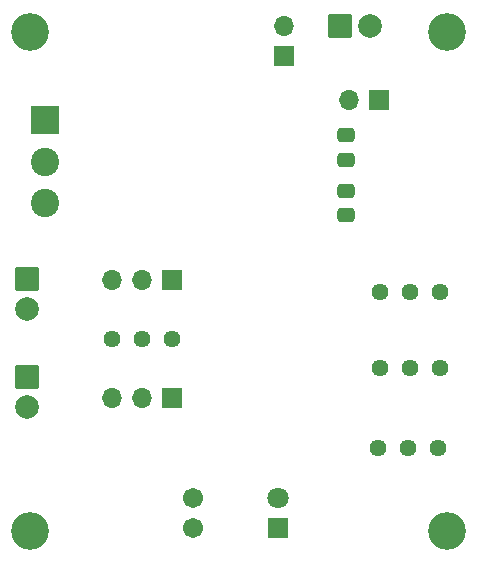
<source format=gbr>
%TF.GenerationSoftware,KiCad,Pcbnew,7.0.11-7.0.11~ubuntu22.04.1*%
%TF.CreationDate,2024-03-09T07:06:09+01:00*%
%TF.ProjectId,elcirc2024,656c6369-7263-4323-9032-342e6b696361,rev?*%
%TF.SameCoordinates,Original*%
%TF.FileFunction,Soldermask,Bot*%
%TF.FilePolarity,Negative*%
%FSLAX46Y46*%
G04 Gerber Fmt 4.6, Leading zero omitted, Abs format (unit mm)*
G04 Created by KiCad (PCBNEW 7.0.11-7.0.11~ubuntu22.04.1) date 2024-03-09 07:06:09*
%MOMM*%
%LPD*%
G01*
G04 APERTURE LIST*
G04 Aperture macros list*
%AMRoundRect*
0 Rectangle with rounded corners*
0 $1 Rounding radius*
0 $2 $3 $4 $5 $6 $7 $8 $9 X,Y pos of 4 corners*
0 Add a 4 corners polygon primitive as box body*
4,1,4,$2,$3,$4,$5,$6,$7,$8,$9,$2,$3,0*
0 Add four circle primitives for the rounded corners*
1,1,$1+$1,$2,$3*
1,1,$1+$1,$4,$5*
1,1,$1+$1,$6,$7*
1,1,$1+$1,$8,$9*
0 Add four rect primitives between the rounded corners*
20,1,$1+$1,$2,$3,$4,$5,0*
20,1,$1+$1,$4,$5,$6,$7,0*
20,1,$1+$1,$6,$7,$8,$9,0*
20,1,$1+$1,$8,$9,$2,$3,0*%
G04 Aperture macros list end*
%ADD10R,1.800000X1.800000*%
%ADD11C,1.800000*%
%ADD12C,1.704000*%
%ADD13C,3.200000*%
%ADD14RoundRect,0.102000X-0.900000X-0.900000X0.900000X-0.900000X0.900000X0.900000X-0.900000X0.900000X0*%
%ADD15C,2.004000*%
%ADD16C,1.440000*%
%ADD17R,1.700000X1.700000*%
%ADD18O,1.700000X1.700000*%
%ADD19RoundRect,0.102000X-0.900000X0.900000X-0.900000X-0.900000X0.900000X-0.900000X0.900000X0.900000X0*%
%ADD20R,2.400000X2.400000*%
%ADD21C,2.400000*%
%ADD22RoundRect,0.250000X-0.475000X0.337500X-0.475000X-0.337500X0.475000X-0.337500X0.475000X0.337500X0*%
%ADD23RoundRect,0.250000X0.475000X-0.337500X0.475000X0.337500X-0.475000X0.337500X-0.475000X-0.337500X0*%
G04 APERTURE END LIST*
D10*
%TO.C,LED1*%
X100000000Y-100525000D03*
D11*
X100000000Y-97985000D03*
%TD*%
D12*
%TO.C,PHR1*%
X92750000Y-98000000D03*
X92750000Y-100500000D03*
%TD*%
D13*
%TO.C,H4*%
X114250000Y-58500000D03*
%TD*%
D14*
%TO.C,J2*%
X105230000Y-58000000D03*
D15*
X107770000Y-58000000D03*
%TD*%
D13*
%TO.C,H1*%
X79000000Y-100750000D03*
%TD*%
%TO.C,H2*%
X79000000Y-58500000D03*
%TD*%
D16*
%TO.C,TR3*%
X113657500Y-87010000D03*
X111117500Y-87010000D03*
X108577500Y-87010000D03*
%TD*%
D17*
%TO.C,JP3*%
X100500000Y-60525000D03*
D18*
X100500000Y-57985000D03*
%TD*%
D19*
%TO.C,J4*%
X78750000Y-87710000D03*
D15*
X78750000Y-90250000D03*
%TD*%
D17*
%TO.C,JP2*%
X91025000Y-79500000D03*
D18*
X88485000Y-79500000D03*
X85945000Y-79500000D03*
%TD*%
D17*
%TO.C,JP1*%
X91000000Y-89500000D03*
D18*
X88460000Y-89500000D03*
X85920000Y-89500000D03*
%TD*%
D20*
%TO.C,J1*%
X80250000Y-66000000D03*
D21*
X80250000Y-69500000D03*
X80250000Y-73000000D03*
%TD*%
D19*
%TO.C,J3*%
X78750000Y-79460000D03*
D15*
X78750000Y-82000000D03*
%TD*%
D16*
%TO.C,TR2*%
X113657500Y-80560000D03*
X111117500Y-80560000D03*
X108577500Y-80560000D03*
%TD*%
%TO.C,TR4*%
X85950000Y-84500000D03*
X88490000Y-84500000D03*
X91030000Y-84500000D03*
%TD*%
%TO.C,TR1*%
X113550000Y-93750000D03*
X111010000Y-93750000D03*
X108470000Y-93750000D03*
%TD*%
D13*
%TO.C,H3*%
X114250000Y-100750000D03*
%TD*%
D17*
%TO.C,JP4*%
X108525000Y-64250000D03*
D18*
X105985000Y-64250000D03*
%TD*%
D22*
%TO.C,C6*%
X105750000Y-71962500D03*
X105750000Y-74037500D03*
%TD*%
D23*
%TO.C,C5*%
X105750000Y-69325000D03*
X105750000Y-67250000D03*
%TD*%
M02*

</source>
